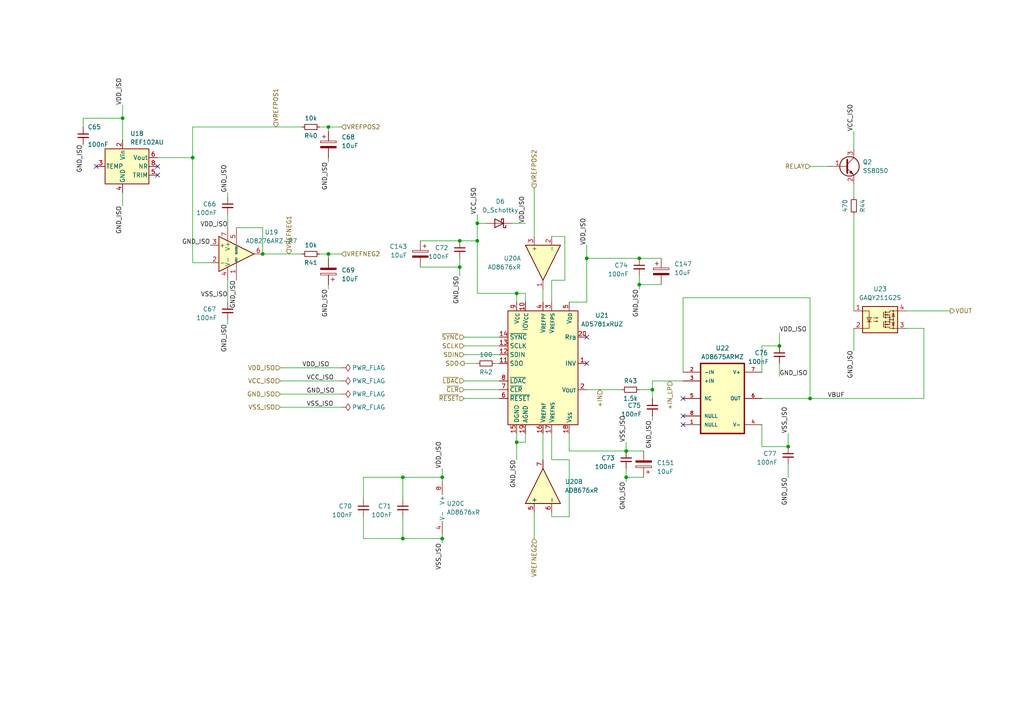
<source format=kicad_sch>
(kicad_sch (version 20250114) (generator "eeschema") (generator_version "9.0")
  (paper "A4")
  (lib_symbols
    (symbol "Amplifier_Difference:AD8276" (pin_names (offset 0.127))
      (property "Reference" "U" (at 7.62 5.08 0))
      (property "Value" "AD8276" (at 7.62 2.54 0))
      (symbol "AD8276_0_1"
        (polyline (pts (xy -5.08 5.08) (xy 5.08 0) (xy -5.08 -5.08) (xy -5.08 5.08)) (stroke (width 0.254)) (fill (type background)))
      )
      (symbol "AD8276_1_1"
        (pin passive line (at -7.62 2.54 0) (length 2.54) (name "+") (number "3"))
        (pin passive line (at -7.62 -2.54 0) (length 2.54) (name "-") (number "2"))
        (pin no_connect line (at -5.08 0 0) (length 2.54) (hide yes) (name "~") (number "8"))
        (pin power_in line (at -2.54 7.62 270) (length 3.81) (name "V+") (number "7"))
        (pin power_in line (at -2.54 -7.62 90) (length 3.81) (name "V-") (number "4"))
        (pin passive line (at 0 7.62 270) (length 5.08) (name "SENSE") (number "5"))
        (pin passive line (at 0 -7.62 90) (length 5.08) (name "REF") (number "1"))
        (pin output line (at 7.62 0 180) (length 2.54) (name "~") (number "6"))
      )
    )
    (symbol "Amplifier_Operational:AD8676xR" (pin_names (offset 0.127))
      (property "Reference" "U" (at 2.54 6.35 0))
      (property "Value" "AD8676xR" (at 2.54 3.81 0))
      (symbol "AD8676xR_1_1"
        (polyline (pts (xy 5.08 0) (xy -5.08 5.08) (xy -5.08 -5.08) (xy 5.08 0)) (stroke (width 0.254)) (fill (type background)))
        (pin input line (at -7.62 2.54 0) (length 2.54) (name "+") (number "3"))
        (pin input line (at -7.62 -2.54 0) (length 2.54) (name "-") (number "2"))
        (pin output line (at 7.62 0 180) (length 2.54) (name "~") (number "1"))
      )
      (symbol "AD8676xR_2_1"
        (polyline (pts (xy 5.08 0) (xy -5.08 5.08) (xy -5.08 -5.08) (xy 5.08 0)) (stroke (width 0.254)) (fill (type background)))
        (pin input line (at -7.62 2.54 0) (length 2.54) (name "+") (number "5"))
        (pin input line (at -7.62 -2.54 0) (length 2.54) (name "-") (number "6"))
        (pin output line (at 7.62 0 180) (length 2.54) (name "~") (number "7"))
      )
      (symbol "AD8676xR_3_1"
        (pin power_in line (at 0 7.62 270) (length 3.81) (name "V+") (number "8"))
        (pin power_in line (at 0 -7.62 90) (length 3.81) (name "V-") (number "4"))
      )
    )
    (symbol "Analog_DAC:AD5781xRUZ"
      (property "Reference" "U" (at -10.16 17.78 0))
      (property "Value" "AD5781xRUZ" (at 10.16 17.78 0))
      (symbol "AD5781xRUZ_1_1"
        (rectangle (start -10.16 15.24) (end 10.16 -17.78) (stroke (width 0.254)) (fill (type background)))
        (pin input line (at -12.7 7.62 0) (length 2.54) (name "~{SYNC}") (number "14"))
        (pin input line (at -12.7 5.08 0) (length 2.54) (name "SCLK") (number "13"))
        (pin input line (at -12.7 2.54 0) (length 2.54) (name "SDIN") (number "12"))
        (pin output line (at -12.7 0 0) (length 2.54) (name "SDO") (number "11"))
        (pin input line (at -12.7 -5.08 0) (length 2.54) (name "~{LDAC}") (number "8"))
        (pin input line (at -12.7 -7.62 0) (length 2.54) (name "~{CLR}") (number "7"))
        (pin input line (at -12.7 -10.16 0) (length 2.54) (name "~{RESET}") (number "6"))
        (pin power_in line (at -7.62 17.78 270) (length 2.54) (name "V_{CC}") (number "9"))
        (pin power_in line (at -7.62 -20.32 90) (length 2.54) (name "DGND") (number "15"))
        (pin power_in line (at -5.08 17.78 270) (length 2.54) (name "IOV_{CC}") (number "10"))
        (pin power_in line (at -5.08 -20.32 90) (length 2.54) (name "AGND") (number "19"))
        (pin input line (at 0 17.78 270) (length 2.54) (name "V_{REFPF}") (number "4"))
        (pin input line (at 0 -20.32 90) (length 2.54) (name "V_{REFNF}") (number "16"))
        (pin output line (at 2.54 17.78 270) (length 2.54) (name "V_{REFPS}") (number "3"))
        (pin output line (at 2.54 -20.32 90) (length 2.54) (name "V_{REFNS}") (number "17"))
        (pin power_in line (at 7.62 17.78 270) (length 2.54) (name "V_{DD}") (number "5"))
        (pin power_in line (at 7.62 -20.32 90) (length 2.54) (name "V_{SS}") (number "18"))
        (pin passive line (at 12.7 7.62 180) (length 2.54) (name "R_{FB}") (number "20"))
        (pin output line (at 12.7 0 180) (length 2.54) (name "INV") (number "1"))
        (pin output line (at 12.7 -7.62 180) (length 2.54) (name "V_{OUT}") (number "2"))
      )
    )
    (symbol "Device:C_Polarized" (pin_numbers (hide yes)) (pin_names (offset 0.254))
      (property "Reference" "C" (at 0.635 2.54 0))
      (property "Value" "C_Polarized" (at 0.635 -2.54 0))
      (symbol "C_Polarized_0_1"
        (rectangle (start -2.286 0.508) (end 2.286 1.016))
        (polyline (pts (xy -1.778 2.286) (xy -0.762 2.286)))
        (polyline (pts (xy -1.27 2.794) (xy -1.27 1.778)))
        (rectangle (start 2.286 -0.508) (end -2.286 -1.016) (fill (type outline)))
      )
      (symbol "C_Polarized_1_1"
        (pin passive line (at 0 3.81 270) (length 2.794) (name "~") (number "1"))
        (pin passive line (at 0 -3.81 90) (length 2.794) (name "~") (number "2"))
      )
    )
    (symbol "Device:C_Small" (pin_numbers (hide yes)) (pin_names (offset 0.254) (hide yes))
      (property "Reference" "C" (at 0.254 1.778 0))
      (property "Value" "C_Small" (at 0.254 -2.032 0))
      (symbol "C_Small_0_1"
        (polyline (pts (xy -1.524 0.508) (xy 1.524 0.508)) (stroke (width 0.3048)))
        (polyline (pts (xy -1.524 -0.508) (xy 1.524 -0.508)) (stroke (width 0.3302)))
      )
      (symbol "C_Small_1_1"
        (pin passive line (at 0 2.54 270) (length 2.032) (name "~") (number "1"))
        (pin passive line (at 0 -2.54 90) (length 2.032) (name "~") (number "2"))
      )
    )
    (symbol "Device:D_Schottky" (pin_numbers (hide yes)) (pin_names (offset 1.016) (hide yes))
      (property "Reference" "D" (at 0 2.54 0))
      (property "Value" "D_Schottky" (at 0 -2.54 0))
      (symbol "D_Schottky_0_1"
        (polyline (pts (xy -1.905 0.635) (xy -1.905 1.27) (xy -1.27 1.27) (xy -1.27 -1.27) (xy -0.635 -1.27) (xy -0.635 -0.635)) (stroke (width 0.254)))
        (polyline (pts (xy 1.27 1.27) (xy 1.27 -1.27) (xy -1.27 0) (xy 1.27 1.27)) (stroke (width 0.254)))
        (polyline (pts (xy 1.27 0) (xy -1.27 0)))
      )
      (symbol "D_Schottky_1_1"
        (pin passive line (at -3.81 0 0) (length 2.54) (name "K") (number "1"))
        (pin passive line (at 3.81 0 180) (length 2.54) (name "A") (number "2"))
      )
    )
    (symbol "Device:R_Small" (pin_numbers (hide yes)) (pin_names (offset 0.254) (hide yes))
      (property "Reference" "R" (at 0.762 0.508 0))
      (property "Value" "R_Small" (at 0.762 -1.016 0))
      (symbol "R_Small_0_1"
        (rectangle (start -0.762 1.778) (end 0.762 -1.778) (stroke (width 0.2032)))
      )
      (symbol "R_Small_1_1"
        (pin passive line (at 0 2.54 270) (length 0.762) (name "~") (number "1"))
        (pin passive line (at 0 -2.54 90) (length 0.762) (name "~") (number "2"))
      )
    )
    (symbol "Reference_Voltage:REF102AU" (pin_names (offset 0.254))
      (property "Reference" "U" (at 0 8.255 0))
      (property "Value" "REF102AU" (at 3.175 6.35 0))
      (symbol "REF102AU_0_1"
        (rectangle (start -7.62 5.08) (end 5.08 -5.08) (stroke (width 0.254)) (fill (type background)))
      )
      (symbol "REF102AU_1_1"
        (pin passive line (at -10.16 0 0) (length 2.54) (name "TEMP") (number "3"))
        (pin no_connect line (at -5.08 -5.08 90) (length 2.54) (hide yes) (name "NC") (number "1"))
        (pin power_in line (at -2.54 7.62 270) (length 2.54) (name "Vin") (number "2"))
        (pin power_in line (at -2.54 -7.62 90) (length 2.54) (name "GND") (number "4"))
        (pin no_connect line (at 0 -5.08 90) (length 2.54) (hide yes) (name "NC") (number "7"))
        (pin power_out line (at 7.62 2.54 180) (length 2.54) (name "Vout") (number "6"))
        (pin passive line (at 7.62 0 180) (length 2.54) (name "NR") (number "8"))
        (pin passive line (at 7.62 -2.54 180) (length 2.54) (name "TRIM") (number "5"))
      )
    )
    (symbol "Relay_SolidState:TLP3123"
      (property "Reference" "U" (at -5.08 5.08 0))
      (property "Value" "TLP3123" (at 0 5.08 0))
      (symbol "TLP3123_0_1"
        (rectangle (start -5.08 3.81) (end 5.08 -3.81) (stroke (width 0.254)) (fill (type background)))
        (polyline (pts (xy -5.08 2.54) (xy -3.175 2.54) (xy -3.175 -2.54) (xy -5.08 -2.54)))
        (polyline (pts (xy -3.81 -0.635) (xy -2.54 -0.635)))
        (polyline (pts (xy -3.175 -0.635) (xy -3.81 0.635) (xy -2.54 0.635) (xy -3.175 -0.635)))
        (polyline (pts (xy -1.905 0.508) (xy -0.635 0.508) (xy -1.016 0.381) (xy -1.016 0.635) (xy -0.635 0.508)))
        (polyline (pts (xy -1.905 -0.508) (xy -0.635 -0.508) (xy -1.016 -0.635) (xy -1.016 -0.381) (xy -0.635 -0.508)))
        (polyline (pts (xy 1.016 2.159) (xy 1.016 0.635)) (stroke (width 0.2032)))
        (polyline (pts (xy 1.016 -0.635) (xy 1.016 -2.159)) (stroke (width 0.2032)))
        (polyline (pts (xy 1.524 2.286) (xy 1.524 2.032) (xy 1.524 2.032)) (stroke (width 0.3556)))
        (polyline (pts (xy 1.524 1.524) (xy 1.524 1.27) (xy 1.524 1.27)) (stroke (width 0.3556)))
        (polyline (pts (xy 1.524 0.762) (xy 1.524 0.508) (xy 1.524 0.508)) (stroke (width 0.3556)))
        (polyline (pts (xy 1.524 -0.508) (xy 1.524 -0.762)) (stroke (width 0.3556)))
        (polyline (pts (xy 1.524 -1.27) (xy 1.524 -1.524) (xy 1.524 -1.524)) (stroke (width 0.3556)))
        (polyline (pts (xy 1.524 -2.032) (xy 1.524 -2.286) (xy 1.524 -2.286)) (stroke (width 0.3556)))
        (polyline (pts (xy 1.651 2.159) (xy 2.794 2.159) (xy 2.794 2.54) (xy 5.08 2.54)))
        (polyline (pts (xy 1.651 1.397) (xy 2.794 1.397) (xy 2.794 0.635)))
        (polyline (pts (xy 1.651 -0.635) (xy 2.794 -0.635) (xy 2.794 0.635) (xy 1.651 0.635)))
        (polyline (pts (xy 1.651 -1.397) (xy 2.794 -1.397) (xy 2.794 -0.635)))
        (polyline (pts (xy 1.651 -2.159) (xy 2.794 -2.159) (xy 2.794 -2.54) (xy 5.08 -2.54)))
        (polyline (pts (xy 1.778 1.397) (xy 2.286 1.524) (xy 2.286 1.27) (xy 1.778 1.397)))
        (polyline (pts (xy 1.778 -1.397) (xy 2.286 -1.27) (xy 2.286 -1.524) (xy 1.778 -1.397)))
        (circle (center 2.794 0.635) (radius 0.127))
        (polyline (pts (xy 2.794 0) (xy 3.81 0)))
        (circle (center 2.794 0) (radius 0.127))
        (circle (center 2.794 -0.635) (radius 0.127))
        (polyline (pts (xy 3.429 1.651) (xy 4.191 1.651)))
        (polyline (pts (xy 3.429 -1.651) (xy 4.191 -1.651)))
        (circle (center 3.81 2.54) (radius 0.127))
        (polyline (pts (xy 3.81 1.651) (xy 3.429 0.889) (xy 4.191 0.889) (xy 3.81 1.651)))
        (circle (center 3.81 0) (radius 0.127))
        (polyline (pts (xy 3.81 -1.651) (xy 3.429 -0.889) (xy 4.191 -0.889) (xy 3.81 -1.651)))
        (polyline (pts (xy 3.81 -2.54) (xy 3.81 2.54)))
        (circle (center 3.81 -2.54) (radius 0.127))
      )
      (symbol "TLP3123_1_1"
        (pin passive line (at -7.62 2.54 0) (length 2.54) (name "~") (number "1"))
        (pin passive line (at -7.62 -2.54 0) (length 2.54) (name "~") (number "2"))
        (pin passive line (at 7.62 2.54 180) (length 2.54) (name "~") (number "4"))
        (pin passive line (at 7.62 -2.54 180) (length 2.54) (name "~") (number "3"))
      )
    )
    (symbol "Transistor_BJT:BC817" (pin_names (offset 0) (hide yes))
      (property "Reference" "Q" (at 5.08 1.905 0))
      (property "Value" "BC817" (at 5.08 0 0))
      (symbol "BC817_0_1"
        (polyline (pts (xy 0.635 1.905) (xy 0.635 -1.905) (xy 0.635 -1.905)) (stroke (width 0.508)))
        (polyline (pts (xy 0.635 0.635) (xy 2.54 2.54)))
        (polyline (pts (xy 0.635 -0.635) (xy 2.54 -2.54) (xy 2.54 -2.54)))
        (circle (center 1.27 0) (radius 2.8194) (stroke (width 0.254)))
        (polyline (pts (xy 1.27 -1.778) (xy 1.778 -1.27) (xy 2.286 -2.286) (xy 1.27 -1.778) (xy 1.27 -1.778)) (fill (type outline)))
      )
      (symbol "BC817_1_1"
        (pin input line (at -5.08 0 0) (length 5.715) (name "B") (number "1"))
        (pin passive line (at 2.54 5.08 270) (length 2.54) (name "C") (number "3"))
        (pin passive line (at 2.54 -5.08 90) (length 2.54) (name "E") (number "2"))
      )
    )
    (symbol "brick-symbols:AD8675ARMZ" (pin_names (offset 1.016))
      (property "Reference" "U" (at -2.286 12.7 0))
      (property "Value" "AD8675ARMZ" (at -6.604 -11.43 0))
      (symbol "AD8675ARMZ_0_0"
        (rectangle (start -6.35 11.43) (end 6.35 -8.89) (stroke (width 0.41)) (fill (type background)))
        (pin input line (at -11.43 8.89 0) (length 5.08) (name "-IN") (number "2"))
        (pin input line (at -11.43 6.35 0) (length 5.08) (name "+IN") (number "3"))
        (pin bidirectional line (at -11.43 1.27 0) (length 5.08) (name "NC") (number "5"))
        (pin bidirectional line (at -11.43 -3.81 0) (length 5.08) (name "NULL") (number "8"))
        (pin bidirectional line (at -11.43 -6.35 0) (length 5.08) (name "NULL") (number "1"))
        (pin power_in line (at 11.43 8.89 180) (length 5.08) (name "V+") (number "7"))
        (pin output line (at 11.43 1.27 180) (length 5.08) (name "OUT") (number "6"))
        (pin power_in line (at 11.43 -6.35 180) (length 5.08) (name "V-") (number "4"))
      )
    )
    (symbol "power:PWR_FLAG" (power) (pin_numbers (hide yes)) (pin_names (offset 0) (hide yes))
      (property "Value" "PWR_FLAG" (at 0 3.81 0))
      (symbol "PWR_FLAG_0_0"
        (pin power_out line (at 0 0 90) (length 0) (name "~") (number "1"))
      )
      (symbol "PWR_FLAG_0_1"
        (polyline (pts (xy 0 0) (xy 0 1.27) (xy -1.016 1.905) (xy 0 2.54) (xy 1.016 1.905) (xy 0 1.27)))
      )
    )
  )
  (junction (at 170.18 74.93))
  (junction (at 138.43 69.85))
  (junction (at 128.27 138.43))
  (junction (at 95.25 36.83))
  (junction (at 181.61 138.43))
  (junction (at 226.06 100.33))
  (junction (at 116.84 138.43))
  (junction (at 228.6 129.54))
  (junction (at 189.23 113.03))
  (junction (at 55.88 45.72))
  (junction (at 185.42 82.55))
  (junction (at 95.25 73.66))
  (junction (at 181.61 130.81))
  (junction (at 116.84 156.21))
  (junction (at 138.43 64.77))
  (junction (at 35.56 34.29))
  (junction (at 149.86 85.09))
  (junction (at 234.95 115.57))
  (junction (at 133.35 77.47))
  (junction (at 149.86 128.27))
  (junction (at 185.42 74.93))
  (junction (at 133.35 69.85))
  (junction (at 128.27 156.21))
  (junction (at 76.2 73.66))
  (no_connect (at 170.18 105.41))
  (no_connect (at 45.72 50.8))
  (no_connect (at 170.18 97.79))
  (no_connect (at 198.12 120.65))
  (no_connect (at 27.94 48.26))
  (no_connect (at 45.72 48.26))
  (no_connect (at 198.12 115.57))
  (no_connect (at 198.12 123.19))
  (wire (pts (xy 185.42 80.01) (xy 185.42 82.55)))
  (wire (pts (xy 116.84 138.43) (xy 128.27 138.43)))
  (wire (pts (xy 81.28 118.11) (xy 99.06 118.11)))
  (wire (pts (xy 116.84 156.21) (xy 105.41 156.21)))
  (wire (pts (xy 81.28 106.68) (xy 99.06 106.68)))
  (wire (pts (xy 134.62 113.03) (xy 144.78 113.03)))
  (wire (pts (xy 165.1 149.86) (xy 160.02 149.86)))
  (wire (pts (xy 121.92 69.85) (xy 133.35 69.85)))
  (wire (pts (xy 181.61 130.81) (xy 186.69 130.81)))
  (wire (pts (xy 95.25 82.55) (xy 95.25 83.82)))
  (wire (pts (xy 60.96 76.2) (xy 55.88 76.2)))
  (wire (pts (xy 81.28 110.49) (xy 99.06 110.49)))
  (wire (pts (xy 134.62 102.87) (xy 144.78 102.87)))
  (wire (pts (xy 149.86 128.27) (xy 149.86 133.35)))
  (wire (pts (xy 24.13 34.29) (xy 35.56 34.29)))
  (wire (pts (xy 220.98 107.95) (xy 220.98 100.33)))
  (wire (pts (xy 181.61 138.43) (xy 181.61 139.7)))
  (wire (pts (xy 247.65 53.34) (xy 247.65 57.15)))
  (wire (pts (xy 149.86 125.73) (xy 149.86 128.27)))
  (wire (pts (xy 165.1 130.81) (xy 181.61 130.81)))
  (wire (pts (xy 95.25 73.66) (xy 95.25 74.93)))
  (wire (pts (xy 185.42 113.03) (xy 189.23 113.03)))
  (wire (pts (xy 66.04 81.28) (xy 66.04 87.63)))
  (wire (pts (xy 45.72 45.72) (xy 55.88 45.72)))
  (wire (pts (xy 170.18 71.12) (xy 170.18 74.93)))
  (wire (pts (xy 105.41 144.78) (xy 105.41 138.43)))
  (wire (pts (xy 105.41 138.43) (xy 116.84 138.43)))
  (wire (pts (xy 143.51 105.41) (xy 144.78 105.41)))
  (wire (pts (xy 220.98 123.19) (xy 220.98 129.54)))
  (wire (pts (xy 181.61 138.43) (xy 186.69 138.43)))
  (wire (pts (xy 66.04 92.71) (xy 66.04 93.98)))
  (wire (pts (xy 116.84 144.78) (xy 116.84 138.43)))
  (wire (pts (xy 170.18 74.93) (xy 185.42 74.93)))
  (wire (pts (xy 76.2 66.04) (xy 68.58 66.04)))
  (wire (pts (xy 152.4 125.73) (xy 152.4 128.27)))
  (wire (pts (xy 228.6 125.73) (xy 228.6 129.54)))
  (wire (pts (xy 105.41 156.21) (xy 105.41 149.86)))
  (wire (pts (xy 134.62 105.41) (xy 138.43 105.41)))
  (wire (pts (xy 226.06 105.41) (xy 226.06 109.22)))
  (wire (pts (xy 181.61 135.89) (xy 181.61 138.43)))
  (wire (pts (xy 160.02 133.35) (xy 165.1 133.35)))
  (wire (pts (xy 160.02 81.28) (xy 163.83 81.28)))
  (wire (pts (xy 152.4 128.27) (xy 149.86 128.27)))
  (wire (pts (xy 220.98 129.54) (xy 228.6 129.54)))
  (wire (pts (xy 189.23 110.49) (xy 189.23 113.03)))
  (wire (pts (xy 228.6 134.62) (xy 228.6 138.43)))
  (wire (pts (xy 35.56 34.29) (xy 35.56 40.64)))
  (wire (pts (xy 189.23 113.03) (xy 189.23 115.57)))
  (wire (pts (xy 170.18 113.03) (xy 180.34 113.03)))
  (wire (pts (xy 185.42 74.93) (xy 191.77 74.93)))
  (wire (pts (xy 55.88 36.83) (xy 87.63 36.83)))
  (wire (pts (xy 185.42 82.55) (xy 185.42 83.82)))
  (wire (pts (xy 95.25 45.72) (xy 95.25 46.99)))
  (wire (pts (xy 198.12 110.49) (xy 189.23 110.49)))
  (wire (pts (xy 157.48 83.82) (xy 157.48 87.63)))
  (wire (pts (xy 138.43 69.85) (xy 138.43 85.09)))
  (wire (pts (xy 138.43 62.23) (xy 138.43 64.77)))
  (wire (pts (xy 247.65 62.23) (xy 247.65 90.17)))
  (wire (pts (xy 35.56 30.48) (xy 35.56 34.29)))
  (wire (pts (xy 95.25 36.83) (xy 95.25 38.1)))
  (wire (pts (xy 157.48 125.73) (xy 157.48 133.35)))
  (wire (pts (xy 116.84 149.86) (xy 116.84 156.21)))
  (wire (pts (xy 148.59 64.77) (xy 152.4 64.77)))
  (wire (pts (xy 138.43 85.09) (xy 149.86 85.09)))
  (wire (pts (xy 55.88 76.2) (xy 55.88 45.72)))
  (wire (pts (xy 262.89 90.17) (xy 275.59 90.17)))
  (wire (pts (xy 92.71 73.66) (xy 95.25 73.66)))
  (wire (pts (xy 154.94 148.59) (xy 154.94 156.21)))
  (wire (pts (xy 95.25 36.83) (xy 99.06 36.83)))
  (wire (pts (xy 152.4 85.09) (xy 152.4 87.63)))
  (wire (pts (xy 160.02 149.86) (xy 160.02 148.59)))
  (wire (pts (xy 133.35 69.85) (xy 138.43 69.85)))
  (wire (pts (xy 165.1 133.35) (xy 165.1 149.86)))
  (wire (pts (xy 128.27 138.43) (xy 128.27 139.7)))
  (wire (pts (xy 134.62 110.49) (xy 144.78 110.49)))
  (wire (pts (xy 198.12 107.95) (xy 198.12 86.36)))
  (wire (pts (xy 66.04 62.23) (xy 66.04 66.04)))
  (wire (pts (xy 128.27 156.21) (xy 128.27 157.48)))
  (wire (pts (xy 234.95 86.36) (xy 234.95 115.57)))
  (wire (pts (xy 128.27 154.94) (xy 128.27 156.21)))
  (wire (pts (xy 92.71 36.83) (xy 95.25 36.83)))
  (wire (pts (xy 95.25 73.66) (xy 99.06 73.66)))
  (wire (pts (xy 133.35 74.93) (xy 133.35 77.47)))
  (wire (pts (xy 134.62 97.79) (xy 144.78 97.79)))
  (wire (pts (xy 247.65 95.25) (xy 247.65 101.6)))
  (wire (pts (xy 138.43 64.77) (xy 138.43 69.85)))
  (wire (pts (xy 189.23 120.65) (xy 189.23 121.92)))
  (wire (pts (xy 66.04 55.88) (xy 66.04 57.15)))
  (wire (pts (xy 121.92 77.47) (xy 133.35 77.47)))
  (wire (pts (xy 267.97 115.57) (xy 267.97 95.25)))
  (wire (pts (xy 160.02 87.63) (xy 160.02 81.28)))
  (wire (pts (xy 134.62 100.33) (xy 144.78 100.33)))
  (wire (pts (xy 165.1 125.73) (xy 165.1 130.81)))
  (wire (pts (xy 154.94 54.61) (xy 154.94 68.58)))
  (wire (pts (xy 234.95 115.57) (xy 267.97 115.57)))
  (wire (pts (xy 116.84 156.21) (xy 128.27 156.21)))
  (wire (pts (xy 198.12 86.36) (xy 234.95 86.36)))
  (wire (pts (xy 160.02 68.58) (xy 163.83 68.58)))
  (wire (pts (xy 160.02 125.73) (xy 160.02 133.35)))
  (wire (pts (xy 24.13 36.83) (xy 24.13 34.29)))
  (wire (pts (xy 149.86 85.09) (xy 152.4 85.09)))
  (wire (pts (xy 226.06 96.52) (xy 226.06 100.33)))
  (wire (pts (xy 165.1 87.63) (xy 170.18 87.63)))
  (wire (pts (xy 234.95 48.26) (xy 240.03 48.26)))
  (wire (pts (xy 149.86 85.09) (xy 149.86 87.63)))
  (wire (pts (xy 134.62 115.57) (xy 144.78 115.57)))
  (wire (pts (xy 220.98 100.33) (xy 226.06 100.33)))
  (wire (pts (xy 140.97 64.77) (xy 138.43 64.77)))
  (wire (pts (xy 76.2 73.66) (xy 76.2 66.04)))
  (wire (pts (xy 163.83 81.28) (xy 163.83 68.58)))
  (wire (pts (xy 81.28 114.3) (xy 99.06 114.3)))
  (wire (pts (xy 128.27 135.89) (xy 128.27 138.43)))
  (wire (pts (xy 181.61 128.27) (xy 181.61 130.81)))
  (wire (pts (xy 267.97 95.25) (xy 262.89 95.25)))
  (wire (pts (xy 133.35 77.47) (xy 133.35 80.01)))
  (wire (pts (xy 220.98 115.57) (xy 234.95 115.57)))
  (wire (pts (xy 76.2 73.66) (xy 87.63 73.66)))
  (wire (pts (xy 170.18 87.63) (xy 170.18 74.93)))
  (wire (pts (xy 35.56 55.88) (xy 35.56 59.69)))
  (wire (pts (xy 55.88 36.83) (xy 55.88 45.72)))
  (wire (pts (xy 185.42 82.55) (xy 191.77 82.55)))
  (wire (pts (xy 247.65 38.1) (xy 247.65 43.18)))
  (label "GND_ISO" (at 133.35 80.01 270))
  (label "GND_ISO" (at 189.23 121.92 270))
  (label "VDD_ISO" (at 170.18 71.12 90))
  (label "VSS_ISO" (at 66.04 86.36 180))
  (label "GND_ISO" (at 181.61 139.7 270))
  (label "GND_ISO" (at 24.13 41.91 270))
  (label "VSS_ISO" (at 88.9 118.11 0))
  (label "VDD_ISO" (at 152.4 64.77 90))
  (label "VDD_ISO" (at 128.27 135.89 90))
  (label "GND_ISO" (at 247.65 101.6 270))
  (label "VSS_ISO" (at 228.6 125.73 90))
  (label "VBUF" (at 240.03 115.57 0))
  (label "VSS_ISO" (at 181.61 128.27 90))
  (label "GND_ISO" (at 185.42 83.82 270))
  (label "VCC_ISO" (at 88.9 110.49 0))
  (label "VCC_ISO" (at 138.43 62.23 90))
  (label "GND_ISO" (at 60.96 71.12 180))
  (label "VCC_ISO" (at 247.65 38.1 90))
  (label "GND_ISO" (at 95.25 46.99 270))
  (label "VDD_ISO" (at 35.56 30.48 90))
  (label "VDD_ISO" (at 226.06 96.52 0))
  (label "GND_ISO" (at 66.04 55.88 90))
  (label "GND_ISO" (at 68.58 81.28 270))
  (label "GND_ISO" (at 95.25 83.82 270))
  (label "VSS_ISO" (at 128.27 157.48 270))
  (label "VDD_ISO" (at 87.63 106.68 0))
  (label "GND_ISO" (at 149.86 133.35 270))
  (label "GND_ISO" (at 226.06 109.22 0))
  (label "GND_ISO" (at 35.56 59.69 270))
  (label "GND_ISO" (at 228.6 138.43 270))
  (label "GND_ISO" (at 66.04 93.98 270))
  (label "VDD_ISO" (at 66.04 66.04 180))
  (label "GND_ISO" (at 88.9 114.3 0))
  (hierarchical_label "+IN" (shape input) (at 173.99 113.03 270))
  (hierarchical_label "~{SYNC}" (shape input) (at 134.62 97.79 180))
  (hierarchical_label "~{LDAC}" (shape input) (at 134.62 110.49 180))
  (hierarchical_label "SDO" (shape output) (at 134.62 105.41 180))
  (hierarchical_label "SDIN" (shape input) (at 134.62 102.87 180))
  (hierarchical_label "VDD_ISO" (shape input) (at 81.28 106.68 180))
  (hierarchical_label "RELAY" (shape input) (at 234.95 48.26 180))
  (hierarchical_label "VOUT" (shape output) (at 275.59 90.17 0))
  (hierarchical_label "VCC_ISO" (shape input) (at 81.28 110.49 180))
  (hierarchical_label "VREFNEG1" (shape input) (at 83.82 73.66 90))
  (hierarchical_label "VREFNEG2" (shape input) (at 154.94 156.21 270))
  (hierarchical_label "+IN_LP" (shape input) (at 194.31 110.49 270))
  (hierarchical_label "VREFPOS2" (shape input) (at 154.94 54.61 90))
  (hierarchical_label "VREFPOS2" (shape input) (at 99.06 36.83 0))
  (hierarchical_label "~{CLR}" (shape input) (at 134.62 113.03 180))
  (hierarchical_label "VSS_ISO" (shape input) (at 81.28 118.11 180))
  (hierarchical_label "GND_ISO" (shape input) (at 81.28 114.3 180))
  (hierarchical_label "~{RESET}" (shape input) (at 134.62 115.57 180))
  (hierarchical_label "VREFPOS1" (shape input) (at 80.01 36.83 90))
  (hierarchical_label "SCLK" (shape input) (at 134.62 100.33 180))
  (hierarchical_label "VREFNEG2" (shape input) (at 99.06 73.66 0))
  (symbol (lib_id "Device:C_Small") (at 185.42 77.47 0) (mirror y) (unit 1)
    (property "Reference" "C30" (at 182.118 76.962 0) (effects (justify left)))
    (property "Value" "100nF" (at 182.372 79.502 0) (effects (justify left)))
    (property "Footprint" "Capacitor_SMD:C_1206_3216Metric" (effects (hide yes)))
    (property "Description" "Unpolarized capacitor, small symbol" (effects (hide yes)))
    (property "LCSC" "C170182" (effects (hide yes)))
    (instances (project "Brick03-VoltageSource02" (path "" (reference "C74") (unit 1)) (path "" (reference "C103") (unit 1)) (path "" (reference "C30") (unit 1)) (path "" (reference "C132") (unit 1))))
  )
  (symbol (lib_id "power:PWR_FLAG") (at 99.06 114.3 270) (unit 1)
    (property "Reference" "#FLG06" (effects (hide yes)))
    (property "Value" "PWR_FLAG" (at 102.108 114.3 90) (effects (justify left)))
    (property "Description" "Special symbol for telling ERC where power comes from" (effects (hide yes)))
    (instances (project "Brick03-VoltageSource02" (path "" (reference "#FLG010") (unit 1)) (path "" (reference "#FLG015") (unit 1)) (path "" (reference "#FLG06") (unit 1)) (path "" (reference "#FLG020") (unit 1))))
  )
  (symbol (lib_id "Device:R_Small") (at 247.65 59.69 0) (mirror x) (unit 1)
    (property "Reference" "R24" (at 250.19 59.69 90))
    (property "Value" "470" (at 245.11 59.69 90))
    (property "Footprint" "Resistor_SMD:R_0402_1005Metric" (effects (hide yes)))
    (property "Description" "Resistor, small symbol" (effects (hide yes)))
    (property "LCSC" "C25117" (effects (hide yes)))
    (instances (project "Brick03-VoltageSource02" (path "" (reference "R44") (unit 1)) (path "" (reference "R59") (unit 1)) (path "" (reference "R24") (unit 1)) (path "" (reference "R78") (unit 1))))
  )
  (symbol (lib_id "Device:C_Small") (at 105.41 147.32 0) (mirror y) (unit 1)
    (property "Reference" "C47" (at 102.108 146.812 0) (effects (justify left)))
    (property "Value" "100nF" (at 102.362 149.352 0) (effects (justify left)))
    (property "Footprint" "Capacitor_SMD:C_1206_3216Metric" (effects (hide yes)))
    (property "Description" "Unpolarized capacitor, small symbol" (effects (hide yes)))
    (property "LCSC" "C170182" (effects (hide yes)))
    (instances (project "Brick03-VoltageSource02" (path "" (reference "C70") (unit 1)) (path "" (reference "C99") (unit 1)) (path "" (reference "C47") (unit 1)) (path "" (reference "C128") (unit 1))))
  )
  (symbol (lib_id "Device:R_Small") (at 90.17 73.66 90) (mirror x) (unit 1)
    (property "Reference" "R20" (at 90.17 76.2 90))
    (property "Value" "10k" (at 90.17 71.12 90))
    (property "Footprint" "Resistor_SMD:R_0402_1005Metric" (effects (hide yes)))
    (property "Description" "Resistor, small symbol" (effects (hide yes)))
    (property "LCSC" "C25744" (effects (hide yes)))
    (instances (project "Brick03-VoltageSource02" (path "" (reference "R41") (unit 1)) (path "" (reference "R56") (unit 1)) (path "" (reference "R20") (unit 1)) (path "" (reference "R71") (unit 1))))
  )
  (symbol (lib_id "brick-symbols:AD8675ARMZ") (at 209.55 116.84 0) (unit 1)
    (property "Reference" "U14" (at 209.55 100.965 0))
    (property "Value" "AD8675ARMZ" (at 209.55 103.505 0))
    (property "Footprint" "Package_SO:MSOP-8_3x3mm_P0.65mm" (effects (hide yes)))
    (property "Datasheet" "https://www.analog.com/media/en/technical-documentation/data-sheets/AD8675.pdf" (effects (hide yes)))
    (property "Description" "36 V Precision, 2.8 nV/√Hz Rail-to-Rail Output Op Amp" (effects (hide yes)))
    (property "LCSC" "C208295" (effects (hide yes)))
    (instances (project "Brick03-VoltageSource02" (path "" (reference "U22") (unit 1)) (path "" (reference "U32") (unit 1)) (path "" (reference "U14") (unit 1)) (path "" (reference "U45") (unit 1))))
  )
  (symbol (lib_id "power:PWR_FLAG") (at 99.06 118.11 270) (unit 1)
    (property "Reference" "#FLG07" (effects (hide yes)))
    (property "Value" "PWR_FLAG" (at 102.108 118.11 90) (effects (justify left)))
    (property "Description" "Special symbol for telling ERC where power comes from" (effects (hide yes)))
    (instances (project "Brick03-VoltageSource02" (path "" (reference "#FLG011") (unit 1)) (path "" (reference "#FLG016") (unit 1)) (path "" (reference "#FLG07") (unit 1)) (path "" (reference "#FLG021") (unit 1))))
  )
  (symbol (lib_id "Device:C_Polarized") (at 186.69 134.62 180) (unit 1)
    (property "Reference" "C150" (at 190.5 134.2389 0) (effects (justify right)))
    (property "Value" "10uF" (at 190.5 136.7789 0) (effects (justify right)))
    (property "Footprint" "Capacitor_Tantalum_SMD:CP_EIA-3216-18_Kemet-A" (effects (hide yes)))
    (property "Description" "TAJA106K016RNJ 10uF 16V 3Ω@100kHz ±10% CASE-A-3216-18(mm) Tantalum Capacitors ROHS" (effects (hide yes)))
    (property "LCSC" "C7171" (effects (hide yes)))
    (instances (project "Brick03-VoltageSource02" (path "" (reference "C151") (unit 1)) (path "" (reference "C152") (unit 1)) (path "" (reference "C150") (unit 1)) (path "" (reference "C153") (unit 1))))
  )
  (symbol (lib_id "Device:C_Polarized") (at 121.92 73.66 0) (mirror y) (unit 1)
    (property "Reference" "C142" (at 118.11 71.5009 0) (effects (justify left)))
    (property "Value" "10uF" (at 118.11 74.0409 0) (effects (justify left)))
    (property "Footprint" "Capacitor_Tantalum_SMD:CP_EIA-3216-18_Kemet-A" (effects (hide yes)))
    (property "Description" "TAJA106K016RNJ 10uF 16V 3Ω@100kHz ±10% CASE-A-3216-18(mm) Tantalum Capacitors ROHS" (effects (hide yes)))
    (property "LCSC" "C7171" (effects (hide yes)))
    (instances (project "Brick03-VoltageSource02" (path "" (reference "C143") (unit 1)) (path "" (reference "C144") (unit 1)) (path "" (reference "C142") (unit 1)) (path "" (reference "C145") (unit 1))))
  )
  (symbol (lib_id "Device:D_Schottky") (at 144.78 64.77 180) (unit 1)
    (property "Reference" "D3" (at 145.0975 58.42 0))
    (property "Value" "D_Schottky" (at 145.0975 60.96 0))
    (property "Footprint" "Diode_SMD:D_SOD-323" (effects (hide yes)))
    (property "Description" "Schottky diode" (effects (hide yes)))
    (property "LCSC" "C191023" (effects (hide yes)))
    (instances (project "Brick03-VoltageSource02" (path "" (reference "D6") (unit 1)) (path "" (reference "D10") (unit 1)) (path "" (reference "D3") (unit 1)) (path "" (reference "D12") (unit 1))))
  )
  (symbol (lib_id "Device:C_Small") (at 116.84 147.32 0) (mirror y) (unit 1)
    (property "Reference" "C28" (at 113.538 146.812 0) (effects (justify left)))
    (property "Value" "100nF" (at 113.792 149.352 0) (effects (justify left)))
    (property "Footprint" "Capacitor_SMD:C_1206_3216Metric" (effects (hide yes)))
    (property "Description" "Unpolarized capacitor, small symbol" (effects (hide yes)))
    (property "LCSC" "C170182" (effects (hide yes)))
    (instances (project "Brick03-VoltageSource02" (path "" (reference "C71") (unit 1)) (path "" (reference "C100") (unit 1)) (path "" (reference "C28") (unit 1)) (path "" (reference "C129") (unit 1))))
  )
  (symbol (lib_id "Device:C_Small") (at 181.61 133.35 0) (mirror y) (unit 1)
    (property "Reference" "C40" (at 178.308 132.842 0) (effects (justify left)))
    (property "Value" "100nF" (at 178.562 135.382 0) (effects (justify left)))
    (property "Footprint" "Capacitor_SMD:C_1206_3216Metric" (effects (hide yes)))
    (property "Description" "Unpolarized capacitor, small symbol" (effects (hide yes)))
    (property "LCSC" "C170182" (effects (hide yes)))
    (instances (project "Brick03-VoltageSource02" (path "" (reference "C73") (unit 1)) (path "" (reference "C102") (unit 1)) (path "" (reference "C40") (unit 1)) (path "" (reference "C131") (unit 1))))
  )
  (symbol (lib_id "Reference_Voltage:REF102AU") (at 38.1 48.26 0) (unit 1)
    (property "Reference" "U12" (at 37.7541 38.735 0) (effects (justify left)))
    (property "Value" "REF102AU" (at 37.7541 41.275 0) (effects (justify left)))
    (property "Footprint" "Package_SO:SOIC-8_3.9x4.9mm_P1.27mm" (effects (hide yes)))
    (property "Datasheet" "http://www.ti.com/lit/ds/symlink/ref102.pdf" (effects (hide yes)))
    (property "Description" "10V ±10mV Precision Voltage Reference, SO-8" (effects (hide yes)))
    (property "LCSC" "C183082" (effects (hide yes)))
    (instances (project "Brick03-VoltageSource02" (path "" (reference "U18") (unit 1)) (path "" (reference "U28") (unit 1)) (path "" (reference "U12") (unit 1)) (path "" (reference "U38") (unit 1))))
  )
  (symbol (lib_id "Device:C_Small") (at 66.04 59.69 0) (mirror y) (unit 1)
    (property "Reference" "C27" (at 62.738 59.182 0) (effects (justify left)))
    (property "Value" "100nF" (at 62.992 61.722 0) (effects (justify left)))
    (property "Footprint" "Capacitor_SMD:C_1206_3216Metric" (effects (hide yes)))
    (property "Description" "Unpolarized capacitor, small symbol" (effects (hide yes)))
    (property "LCSC" "C170182" (effects (hide yes)))
    (instances (project "Brick03-VoltageSource02" (path "" (reference "C66") (unit 1)) (path "" (reference "C95") (unit 1)) (path "" (reference "C27") (unit 1)) (path "" (reference "C124") (unit 1))))
  )
  (symbol (lib_id "Relay_SolidState:TLP3123") (at 255.27 92.71 0) (unit 1)
    (property "Reference" "U16" (at 255.27 83.82 0))
    (property "Value" "GAQY211G2S" (at 255.27 86.36 0))
    (property "Footprint" "Package_SO:SO-4_4.4x3.9mm_P2.54mm" (effects (hide yes)))
    (property "Datasheet" "https://wmsc.lcsc.com/wmsc/upload/file/pdf/v2/lcsc/2211281630_Omron-Electronics-G3VM-61VY3-TR_C2152318.pdf" (effects (hide yes)))
    (property "Description" "1.2V 40V 60mΩ 2.5A SOP-4 Solid State Relays (MOS Output) ROHS" (effects (hide yes)))
    (property "LCSC" "C7435104" (effects (hide yes)))
    (instances (project "Brick03-VoltageSource02" (path "" (reference "U23") (unit 1)) (path "" (reference "U33") (unit 1)) (path "" (reference "U16") (unit 1)) (path "" (reference "U46") (unit 1))))
  )
  (symbol (lib_id "Device:C_Small") (at 228.6 132.08 0) (mirror y) (unit 1)
    (property "Reference" "C41" (at 225.298 131.572 0) (effects (justify left)))
    (property "Value" "100nF" (at 225.552 134.112 0) (effects (justify left)))
    (property "Footprint" "Capacitor_SMD:C_1206_3216Metric" (effects (hide yes)))
    (property "Description" "Unpolarized capacitor, small symbol" (effects (hide yes)))
    (property "LCSC" "C170182" (effects (hide yes)))
    (instances (project "Brick03-VoltageSource02" (path "" (reference "C77") (unit 1)) (path "" (reference "C106") (unit 1)) (path "" (reference "C41") (unit 1)) (path "" (reference "C141") (unit 1))))
  )
  (symbol (lib_id "Amplifier_Difference:AD8276") (at 68.58 73.66 0) (unit 1)
    (property "Reference" "U48" (at 78.74 67.3414 0))
    (property "Value" "AD8276ARZ-R7" (at 78.74 69.8814 0))
    (property "Footprint" "Package_SO:SOIC-8_3.9x4.9mm_P1.27mm" (effects (hide yes)))
    (property "Datasheet" "https://www.analog.com/media/en/technical-documentation/data-sheets/AD8276_8277.pdf" (effects (hide yes)))
    (property "Description" "Low Power, Wide Supply Range, Low Cost Unity-Gain Difference Amplifier, SOIC-8/MSOP-8" (effects (hide yes)))
    (property "LCSC" "C514259" (effects (hide yes)))
    (instances (project "Brick03-VoltageSource02" (path "" (reference "U19") (unit 1)) (path "" (reference "U29") (unit 1)) (path "" (reference "U48") (unit 1)) (path "" (reference "U39") (unit 1))))
  )
  (symbol (lib_id "Device:C_Polarized") (at 191.77 78.74 0) (unit 1)
    (property "Reference" "C146" (at 195.58 76.5809 0) (effects (justify left)))
    (property "Value" "10uF" (at 195.58 79.1209 0) (effects (justify left)))
    (property "Footprint" "Capacitor_Tantalum_SMD:CP_EIA-3216-18_Kemet-A" (effects (hide yes)))
    (property "Description" "TAJA106K016RNJ 10uF 16V 3Ω@100kHz ±10% CASE-A-3216-18(mm) Tantalum Capacitors ROHS" (effects (hide yes)))
    (property "LCSC" "C7171" (effects (hide yes)))
    (instances (project "Brick03-VoltageSource02" (path "" (reference "C147") (unit 1)) (path "" (reference "C148") (unit 1)) (path "" (reference "C146") (unit 1)) (path "" (reference "C149") (unit 1))))
  )
  (symbol (lib_id "Device:C_Small") (at 66.04 90.17 0) (mirror y) (unit 1)
    (property "Reference" "C26" (at 62.738 89.662 0) (effects (justify left)))
    (property "Value" "100nF" (at 62.992 92.202 0) (effects (justify left)))
    (property "Footprint" "Capacitor_SMD:C_1206_3216Metric" (effects (hide yes)))
    (property "Description" "Unpolarized capacitor, small symbol" (effects (hide yes)))
    (property "LCSC" "C170182" (effects (hide yes)))
    (instances (project "Brick03-VoltageSource02" (path "" (reference "C67") (unit 1)) (path "" (reference "C96") (unit 1)) (path "" (reference "C26") (unit 1)) (path "" (reference "C125") (unit 1))))
  )
  (symbol (lib_id "Amplifier_Operational:AD8676xR") (at 157.48 140.97 90) (unit 2)
    (property "Reference" "U7" (at 163.83 139.6999 90) (effects (justify right)))
    (property "Value" "AD8676xR" (at 163.83 142.2399 90) (effects (justify right)))
    (property "Footprint" "Package_SO:SOIC-8_3.9x4.9mm_P1.27mm" (effects (hide yes)))
    (property "Datasheet" "https://www.analog.com/media/en/technical-documentation/data-sheets/AD8676.pdf" (effects (hide yes)))
    (property "Description" "Dual operational amplifier, Ultra-precision, 36V, Rail-to-rail output, SOIC-8" (effects (hide yes)))
    (property "LCSC" "C462199" (effects (hide yes)))
    (instances (project "Brick03-VoltageSource02" (path "" (reference "U20") (unit 2)) (path "" (reference "U30") (unit 2)) (path "" (reference "U7") (unit 2)) (path "" (reference "U40") (unit 2))))
  )
  (symbol (lib_id "Device:R_Small") (at 140.97 105.41 90) (mirror x) (unit 1)
    (property "Reference" "R15" (at 140.97 107.95 90))
    (property "Value" "100" (at 140.97 102.87 90))
    (property "Footprint" "Resistor_SMD:R_0402_1005Metric" (effects (hide yes)))
    (property "Description" "Resistor, small symbol" (effects (hide yes)))
    (property "LCSC" "C25076" (effects (hide yes)))
    (instances (project "Brick03-VoltageSource02" (path "" (reference "R42") (unit 1)) (path "" (reference "R57") (unit 1)) (path "" (reference "R15") (unit 1)) (path "" (reference "R76") (unit 1))))
  )
  (symbol (lib_id "Amplifier_Operational:AD8676xR") (at 128.27 147.32 0) (unit 3)
    (property "Reference" "U7" (at 129.54 146.0499 0) (effects (justify left)))
    (property "Value" "AD8676xR" (at 129.54 148.5899 0) (effects (justify left)))
    (property "Footprint" "Package_SO:SOIC-8_3.9x4.9mm_P1.27mm" (effects (hide yes)))
    (property "Datasheet" "https://www.analog.com/media/en/technical-documentation/data-sheets/AD8676.pdf" (effects (hide yes)))
    (property "Description" "Dual operational amplifier, Ultra-precision, 36V, Rail-to-rail output, SOIC-8" (effects (hide yes)))
    (property "LCSC" "C462199" (effects (hide yes)))
    (instances (project "Brick03-VoltageSource02" (path "" (reference "U20") (unit 3)) (path "" (reference "U30") (unit 3)) (path "" (reference "U7") (unit 3)) (path "" (reference "U40") (unit 3))))
  )
  (symbol (lib_id "Device:C_Small") (at 189.23 118.11 0) (mirror y) (unit 1)
    (property "Reference" "C51" (at 185.928 117.602 0) (effects (justify left)))
    (property "Value" "100nF" (at 186.182 120.142 0) (effects (justify left)))
    (property "Footprint" "Capacitor_SMD:C_1206_3216Metric" (effects (hide yes)))
    (property "Description" "Unpolarized capacitor, small symbol" (effects (hide yes)))
    (property "LCSC" "C170182" (effects (hide yes)))
    (instances (project "Brick03-VoltageSource02" (path "" (reference "C75") (unit 1)) (path "" (reference "C104") (unit 1)) (path "" (reference "C51") (unit 1)) (path "" (reference "C133") (unit 1))))
  )
  (symbol (lib_id "Device:C_Polarized") (at 95.25 41.91 0) (unit 1)
    (property "Reference" "C20" (at 99.06 39.7509 0) (effects (justify left)))
    (property "Value" "10uF" (at 99.06 42.2909 0) (effects (justify left)))
    (property "Footprint" "Capacitor_Tantalum_SMD:CP_EIA-3216-18_Kemet-A" (effects (hide yes)))
    (property "Description" "TAJA106K016RNJ 10uF 16V 3Ω@100kHz ±10% CASE-A-3216-18(mm) Tantalum Capacitors ROHS" (effects (hide yes)))
    (property "LCSC" "C7171" (effects (hide yes)))
    (instances (project "Brick03-VoltageSource02" (path "" (reference "C68") (unit 1)) (path "" (reference "C97") (unit 1)) (path "" (reference "C20") (unit 1)) (path "" (reference "C126") (unit 1))))
  )
  (symbol (lib_id "Device:C_Small") (at 24.13 39.37 0) (unit 1)
    (property "Reference" "C39" (at 25.4 36.8299 0) (effects (justify left)))
    (property "Value" "100nF" (at 25.4 41.9099 0) (effects (justify left)))
    (property "Footprint" "Capacitor_SMD:C_0402_1005Metric" (effects (hide yes)))
    (property "Description" "Unpolarized capacitor, small symbol" (effects (hide yes)))
    (property "LCSC" "C1525" (effects (hide yes)))
    (instances (project "Brick03-VoltageSource02" (path "" (reference "C65") (unit 1)) (path "" (reference "C94") (unit 1)) (path "" (reference "C39") (unit 1)) (path "" (reference "C123") (unit 1))))
  )
  (symbol (lib_id "power:PWR_FLAG") (at 99.06 110.49 270) (unit 1)
    (property "Reference" "#FLG05" (effects (hide yes)))
    (property "Value" "PWR_FLAG" (at 102.108 110.49 90) (effects (justify left)))
    (property "Description" "Special symbol for telling ERC where power comes from" (effects (hide yes)))
    (instances (project "Brick03-VoltageSource02" (path "" (reference "#FLG09") (unit 1)) (path "" (reference "#FLG014") (unit 1)) (path "" (reference "#FLG05") (unit 1)) (path "" (reference "#FLG019") (unit 1))))
  )
  (symbol (lib_id "Device:C_Small") (at 133.35 72.39 0) (mirror y) (unit 1)
    (property "Reference" "C31" (at 130.048 71.882 0) (effects (justify left)))
    (property "Value" "100nF" (at 130.302 74.422 0) (effects (justify left)))
    (property "Footprint" "Capacitor_SMD:C_1206_3216Metric" (effects (hide yes)))
    (property "Description" "Unpolarized capacitor, small symbol" (effects (hide yes)))
    (property "LCSC" "C170182" (effects (hide yes)))
    (instances (project "Brick03-VoltageSource02" (path "" (reference "C72") (unit 1)) (path "" (reference "C101") (unit 1)) (path "" (reference "C31") (unit 1)) (path "" (reference "C130") (unit 1))))
  )
  (symbol (lib_id "Device:C_Polarized") (at 95.25 78.74 180) (unit 1)
    (property "Reference" "C17" (at 99.06 78.3589 0) (effects (justify right)))
    (property "Value" "10uF" (at 99.06 80.8989 0) (effects (justify right)))
    (property "Footprint" "Capacitor_Tantalum_SMD:CP_EIA-3216-18_Kemet-A" (effects (hide yes)))
    (property "Description" "TAJA106K016RNJ 10uF 16V 3Ω@100kHz ±10% CASE-A-3216-18(mm) Tantalum Capacitors ROHS" (effects (hide yes)))
    (property "LCSC" "C7171" (effects (hide yes)))
    (instances (project "Brick03-VoltageSource02" (path "" (reference "C69") (unit 1)) (path "" (reference "C98") (unit 1)) (path "" (reference "C17") (unit 1)) (path "" (reference "C127") (unit 1))))
  )
  (symbol (lib_id "Transistor_BJT:BC817") (at 245.11 48.26 0) (unit 1)
    (property "Reference" "Q1" (at 250.19 46.9899 0) (effects (justify left)))
    (property "Value" "SS8050" (at 250.19 49.5299 0) (effects (justify left)))
    (property "Footprint" "Package_TO_SOT_SMD:SOT-23" (effects (hide yes)))
    (property "Datasheet" "https://wmsc.lcsc.com/wmsc/upload/file/pdf/v2/lcsc/2303221100_Jiangsu-Changjing-Electronics-Technology-Co---Ltd--SS8050-RANGE-200-350_C2150.pdf" (effects (hide yes)))
    (property "Description" "25V 300mW 200@100mA,1V 1.5A NPN SOT-23 Bipolar Transistors - BJT ROHS" (effects (hide yes)))
    (property "LCSC" "C2150" (effects (hide yes)))
    (instances (project "Brick03-VoltageSource02" (path "" (reference "Q2") (unit 1)) (path "" (reference "Q3") (unit 1)) (path "" (reference "Q1") (unit 1)) (path "" (reference "Q4") (unit 1))))
  )
  (symbol (lib_id "Analog_DAC:AD5781xRUZ") (at 157.48 105.41 0) (unit 1)
    (property "Reference" "U13" (at 174.625 91.4714 0))
    (property "Value" "AD5781xRUZ" (at 174.625 94.0114 0))
    (property "Footprint" "Package_SO:TSSOP-20_4.4x6.5mm_P0.65mm" (effects (hide yes)))
    (property "Datasheet" "https://www.analog.com/media/en/technical-documentation/data-sheets/ad5781.pdf" (effects (hide yes)))
    (property "Description" "18Bit, ±0,5 LSB INL, Voltage Output DAC, TSSOP-20" (effects (hide yes)))
    (property "LCSC" "C650269" (effects (hide yes)))
    (instances (project "Brick03-VoltageSource02" (path "" (reference "U21") (unit 1)) (path "" (reference "U31") (unit 1)) (path "" (reference "U13") (unit 1)) (path "" (reference "U44") (unit 1))))
  )
  (symbol (lib_id "Device:R_Small") (at 182.88 113.03 90) (unit 1)
    (property "Reference" "R31" (at 182.88 110.49 90))
    (property "Value" "1.5k" (at 182.88 115.57 90))
    (property "Footprint" "Resistor_SMD:R_0402_1005Metric" (effects (hide yes)))
    (property "Description" "Resistor, small symbol" (effects (hide yes)))
    (property "LCSC" "C25867" (effects (hide yes)))
    (instances (project "Brick03-VoltageSource02" (path "" (reference "R43") (unit 1)) (path "" (reference "R58") (unit 1)) (path "" (reference "R31") (unit 1)) (path "" (reference "R77") (unit 1))))
  )
  (symbol (lib_id "Device:R_Small") (at 90.17 36.83 90) (mirror x) (unit 1)
    (property "Reference" "R2" (at 90.17 39.37 90))
    (property "Value" "10k" (at 90.17 34.29 90))
    (property "Footprint" "Resistor_SMD:R_0402_1005Metric" (effects (hide yes)))
    (property "Description" "Resistor, small symbol" (effects (hide yes)))
    (property "LCSC" "C25744" (effects (hide yes)))
    (instances (project "Brick03-VoltageSource02" (path "" (reference "R40") (unit 1)) (path "" (reference "R55") (unit 1)) (path "" (reference "R2") (unit 1)) (path "" (reference "R70") (unit 1))))
  )
  (symbol (lib_id "Amplifier_Operational:AD8676xR") (at 157.48 76.2 90) (mirror x) (unit 1)
    (property "Reference" "U7" (at 151.13 74.9299 90) (effects (justify left)))
    (property "Value" "AD8676xR" (at 151.13 77.4699 90) (effects (justify left)))
    (property "Footprint" "Package_SO:SOIC-8_3.9x4.9mm_P1.27mm" (effects (hide yes)))
    (property "Datasheet" "https://www.analog.com/media/en/technical-documentation/data-sheets/AD8676.pdf" (effects (hide yes)))
    (property "Description" "Dual operational amplifier, Ultra-precision, 36V, Rail-to-rail output, SOIC-8" (effects (hide yes)))
    (property "LCSC" "C462199" (effects (hide yes)))
    (instances (project "Brick03-VoltageSource02" (path "" (reference "U20") (unit 1)) (path "" (reference "U30") (unit 1)) (path "" (reference "U7") (unit 1)) (path "" (reference "U40") (unit 1))))
  )
  (symbol (lib_id "Device:C_Small") (at 226.06 102.87 0) (mirror y) (unit 1)
    (property "Reference" "C45" (at 222.758 102.362 0) (effects (justify left)))
    (property "Value" "100nF" (at 223.012 104.902 0) (effects (justify left)))
    (property "Footprint" "Capacitor_SMD:C_1206_3216Metric" (effects (hide yes)))
    (property "Description" "Unpolarized capacitor, small symbol" (effects (hide yes)))
    (property "LCSC" "C170182" (effects (hide yes)))
    (instances (project "Brick03-VoltageSource02" (path "" (reference "C76") (unit 1)) (path "" (reference "C105") (unit 1)) (path "" (reference "C45") (unit 1)) (path "" (reference "C140") (unit 1))))
  )
  (symbol (lib_id "power:PWR_FLAG") (at 99.06 106.68 270) (unit 1)
    (property "Reference" "#FLG04" (effects (hide yes)))
    (property "Value" "PWR_FLAG" (at 102.108 106.68 90) (effects (justify left)))
    (property "Description" "Special symbol for telling ERC where power comes from" (effects (hide yes)))
    (instances (project "Brick03-VoltageSource02" (path "" (reference "#FLG08") (unit 1)) (path "" (reference "#FLG013") (unit 1)) (path "" (reference "#FLG04") (unit 1)) (path "" (reference "#FLG018") (unit 1))))
  )
)
</source>
